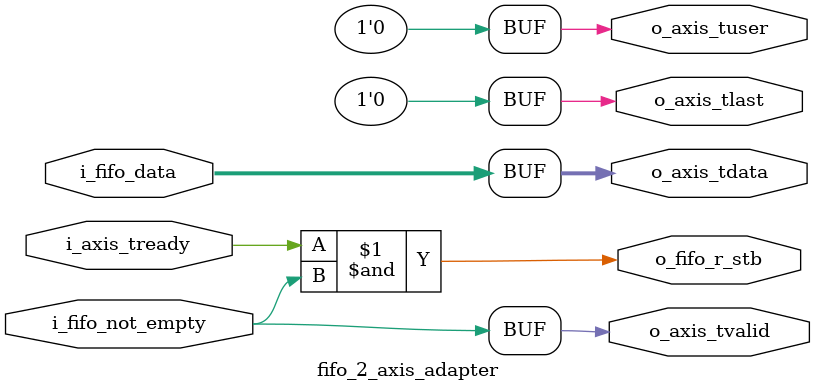
<source format=v>
`timescale 1ps / 1ps

module fifo_2_axis_adapter #(
    parameter AXIS_DATA_WIDTH     = 32,
    parameter FIFO_DATA_WIDTH     = AXIS_DATA_WIDTH
)(
    input  wire [FIFO_DATA_WIDTH - 1: 0]    i_fifo_data,
    output wire                             o_fifo_r_stb,
    input  wire                             i_fifo_not_empty,

    output wire                             o_axis_tuser,
    output wire [AXIS_DATA_WIDTH - 1: 0]    o_axis_tdata,
    output wire                             o_axis_tvalid,
    input  wire                             i_axis_tready,
    output wire                             o_axis_tlast
);

/* ===============================
 * asynchronous logic
 * =============================== */
assign o_axis_tuser     = 0;
assign o_axis_tlast     = 0;
assign o_axis_tdata     = i_fifo_data;
assign o_axis_tvalid    = i_fifo_not_empty;
assign o_fifo_r_stb     = i_axis_tready & o_axis_tvalid;

endmodule

</source>
